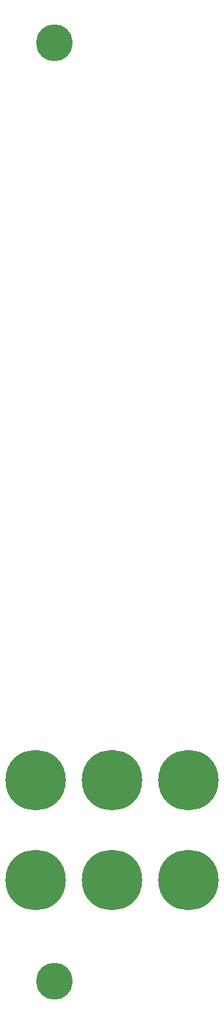
<source format=gbr>
G04 #@! TF.GenerationSoftware,KiCad,Pcbnew,5.1.10-88a1d61d58~88~ubuntu20.04.1*
G04 #@! TF.CreationDate,2021-04-30T11:17:43-07:00*
G04 #@! TF.ProjectId,reaper_panel,72656170-6572-45f7-9061-6e656c2e6b69,rev?*
G04 #@! TF.SameCoordinates,Original*
G04 #@! TF.FileFunction,Copper,L2,Bot*
G04 #@! TF.FilePolarity,Positive*
%FSLAX46Y46*%
G04 Gerber Fmt 4.6, Leading zero omitted, Abs format (unit mm)*
G04 Created by KiCad (PCBNEW 5.1.10-88a1d61d58~88~ubuntu20.04.1) date 2021-04-30 11:17:43*
%MOMM*%
%LPD*%
G01*
G04 APERTURE LIST*
G04 #@! TA.AperFunction,ComponentPad*
%ADD10C,7.900000*%
G04 #@! TD*
G04 #@! TA.AperFunction,ComponentPad*
%ADD11C,4.800000*%
G04 #@! TD*
G04 APERTURE END LIST*
D10*
X-24000000Y7000000D03*
X-4000000Y7000000D03*
X-14000000Y7000000D03*
X-4000000Y20000000D03*
X-14000000Y20000000D03*
X-24000000Y20000000D03*
D11*
X-21500000Y116250000D03*
X-21500000Y-6250000D03*
M02*

</source>
